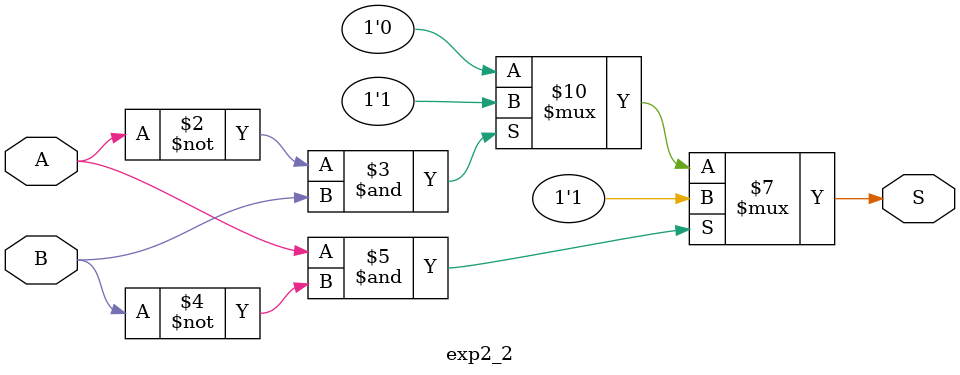
<source format=v>
module exp2_2 (input A, B, output reg S);
always @(A,B) begin
S = 0;
if(~A & B) S = 1;
if(A & ~B) S = 1;
end
endmodule
</source>
